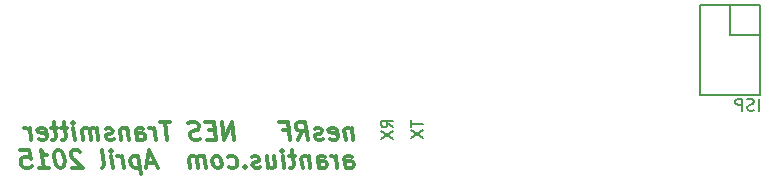
<source format=gbo>
%FSLAX46Y46*%
G04 Gerber Fmt 4.6, Leading zero omitted, Abs format (unit mm)*
G04 Created by KiCad (PCBNEW (2014-10-27 BZR 5228)-product) date 5/4/2015 9:12:31 PM*
%MOMM*%
G01*
G04 APERTURE LIST*
%ADD10C,0.100000*%
%ADD11C,0.300000*%
%ADD12C,0.150000*%
%ADD13O,1.506220X3.014980*%
%ADD14C,1.500000*%
%ADD15C,1.778000*%
%ADD16C,0.990600*%
%ADD17C,3.048000*%
%ADD18R,1.727200X2.032000*%
%ADD19O,1.727200X2.032000*%
%ADD20R,1.727200X1.727200*%
%ADD21O,1.727200X1.727200*%
%ADD22C,1.727200*%
%ADD23R,1.500000X1.500000*%
%ADD24C,1.100000*%
%ADD25C,1.700000*%
G04 APERTURE END LIST*
D10*
D11*
X37354928Y-14480571D02*
X37479928Y-15480571D01*
X37372786Y-14623429D02*
X37292429Y-14552000D01*
X37140642Y-14480571D01*
X36926357Y-14480571D01*
X36792429Y-14552000D01*
X36738857Y-14694857D01*
X36837071Y-15480571D01*
X35542429Y-15409143D02*
X35694214Y-15480571D01*
X35979928Y-15480571D01*
X36113857Y-15409143D01*
X36167429Y-15266286D01*
X36096000Y-14694857D01*
X36006714Y-14552000D01*
X35854928Y-14480571D01*
X35569214Y-14480571D01*
X35435286Y-14552000D01*
X35381714Y-14694857D01*
X35399571Y-14837714D01*
X36131714Y-14980571D01*
X34899572Y-15409143D02*
X34765643Y-15480571D01*
X34479928Y-15480571D01*
X34328143Y-15409143D01*
X34238858Y-15266286D01*
X34229929Y-15194857D01*
X34283500Y-15052000D01*
X34417428Y-14980571D01*
X34631714Y-14980571D01*
X34765643Y-14909143D01*
X34819215Y-14766286D01*
X34810286Y-14694857D01*
X34721000Y-14552000D01*
X34569214Y-14480571D01*
X34354928Y-14480571D01*
X34221000Y-14552000D01*
X32765642Y-15480571D02*
X33176357Y-14766286D01*
X33622785Y-15480571D02*
X33435285Y-13980571D01*
X32863857Y-13980571D01*
X32729928Y-14052000D01*
X32667429Y-14123429D01*
X32613857Y-14266286D01*
X32640642Y-14480571D01*
X32729929Y-14623429D01*
X32810285Y-14694857D01*
X32962072Y-14766286D01*
X33533500Y-14766286D01*
X31524571Y-14694857D02*
X32024571Y-14694857D01*
X32122785Y-15480571D02*
X31935285Y-13980571D01*
X31220999Y-13980571D01*
X27408500Y-15480571D02*
X27221000Y-13980571D01*
X26551357Y-15480571D01*
X26363857Y-13980571D01*
X25738857Y-14694857D02*
X25238857Y-14694857D01*
X25122785Y-15480571D02*
X25837071Y-15480571D01*
X25649571Y-13980571D01*
X24935285Y-13980571D01*
X24542429Y-15409143D02*
X24337071Y-15480571D01*
X23979928Y-15480571D01*
X23828143Y-15409143D01*
X23747785Y-15337714D01*
X23658500Y-15194857D01*
X23640643Y-15052000D01*
X23694214Y-14909143D01*
X23756714Y-14837714D01*
X23890643Y-14766286D01*
X24167428Y-14694857D01*
X24301358Y-14623429D01*
X24363857Y-14552000D01*
X24417429Y-14409143D01*
X24399572Y-14266286D01*
X24310286Y-14123429D01*
X24229929Y-14052000D01*
X24078142Y-13980571D01*
X23721000Y-13980571D01*
X23515643Y-14052000D01*
X21935286Y-13980571D02*
X21078143Y-13980571D01*
X21694214Y-15480571D02*
X21506714Y-13980571D01*
X20765643Y-15480571D02*
X20640643Y-14480571D01*
X20676358Y-14766286D02*
X20587073Y-14623429D01*
X20506715Y-14552000D01*
X20354929Y-14480571D01*
X20212072Y-14480571D01*
X19194215Y-15480571D02*
X19096001Y-14694857D01*
X19149573Y-14552000D01*
X19283501Y-14480571D01*
X19569215Y-14480571D01*
X19721001Y-14552000D01*
X19185287Y-15409143D02*
X19337072Y-15480571D01*
X19694215Y-15480571D01*
X19828144Y-15409143D01*
X19881716Y-15266286D01*
X19863859Y-15123429D01*
X19774572Y-14980571D01*
X19622787Y-14909143D01*
X19265644Y-14909143D01*
X19113858Y-14837714D01*
X18354929Y-14480571D02*
X18479929Y-15480571D01*
X18372787Y-14623429D02*
X18292430Y-14552000D01*
X18140643Y-14480571D01*
X17926358Y-14480571D01*
X17792430Y-14552000D01*
X17738858Y-14694857D01*
X17837072Y-15480571D01*
X17185287Y-15409143D02*
X17051358Y-15480571D01*
X16765643Y-15480571D01*
X16613858Y-15409143D01*
X16524573Y-15266286D01*
X16515644Y-15194857D01*
X16569215Y-15052000D01*
X16703143Y-14980571D01*
X16917429Y-14980571D01*
X17051358Y-14909143D01*
X17104930Y-14766286D01*
X17096001Y-14694857D01*
X17006715Y-14552000D01*
X16854929Y-14480571D01*
X16640643Y-14480571D01*
X16506715Y-14552000D01*
X15908500Y-15480571D02*
X15783500Y-14480571D01*
X15801358Y-14623429D02*
X15721001Y-14552000D01*
X15569214Y-14480571D01*
X15354929Y-14480571D01*
X15221001Y-14552000D01*
X15167429Y-14694857D01*
X15265643Y-15480571D01*
X15167429Y-14694857D02*
X15078143Y-14552000D01*
X14926357Y-14480571D01*
X14712072Y-14480571D01*
X14578143Y-14552000D01*
X14524572Y-14694857D01*
X14622786Y-15480571D01*
X13908500Y-15480571D02*
X13783500Y-14480571D01*
X13721000Y-13980571D02*
X13801358Y-14052000D01*
X13738858Y-14123429D01*
X13658501Y-14052000D01*
X13721000Y-13980571D01*
X13738858Y-14123429D01*
X13283500Y-14480571D02*
X12712071Y-14480571D01*
X13006714Y-13980571D02*
X13167429Y-15266286D01*
X13113858Y-15409143D01*
X12979928Y-15480571D01*
X12837071Y-15480571D01*
X12426357Y-14480571D02*
X11854928Y-14480571D01*
X12149571Y-13980571D02*
X12310286Y-15266286D01*
X12256715Y-15409143D01*
X12122785Y-15480571D01*
X11979928Y-15480571D01*
X10899572Y-15409143D02*
X11051357Y-15480571D01*
X11337071Y-15480571D01*
X11471000Y-15409143D01*
X11524572Y-15266286D01*
X11453143Y-14694857D01*
X11363857Y-14552000D01*
X11212071Y-14480571D01*
X10926357Y-14480571D01*
X10792429Y-14552000D01*
X10738857Y-14694857D01*
X10756714Y-14837714D01*
X11488857Y-14980571D01*
X10194214Y-15480571D02*
X10069214Y-14480571D01*
X10104929Y-14766286D02*
X10015644Y-14623429D01*
X9935286Y-14552000D01*
X9783500Y-14480571D01*
X9640643Y-14480571D01*
X36837071Y-17880571D02*
X36738857Y-17094857D01*
X36792429Y-16952000D01*
X36926357Y-16880571D01*
X37212071Y-16880571D01*
X37363857Y-16952000D01*
X36828143Y-17809143D02*
X36979928Y-17880571D01*
X37337071Y-17880571D01*
X37471000Y-17809143D01*
X37524572Y-17666286D01*
X37506715Y-17523429D01*
X37417428Y-17380571D01*
X37265643Y-17309143D01*
X36908500Y-17309143D01*
X36756714Y-17237714D01*
X36122785Y-17880571D02*
X35997785Y-16880571D01*
X36033500Y-17166286D02*
X35944215Y-17023429D01*
X35863857Y-16952000D01*
X35712071Y-16880571D01*
X35569214Y-16880571D01*
X34551357Y-17880571D02*
X34453143Y-17094857D01*
X34506715Y-16952000D01*
X34640643Y-16880571D01*
X34926357Y-16880571D01*
X35078143Y-16952000D01*
X34542429Y-17809143D02*
X34694214Y-17880571D01*
X35051357Y-17880571D01*
X35185286Y-17809143D01*
X35238858Y-17666286D01*
X35221001Y-17523429D01*
X35131714Y-17380571D01*
X34979929Y-17309143D01*
X34622786Y-17309143D01*
X34471000Y-17237714D01*
X33712071Y-16880571D02*
X33837071Y-17880571D01*
X33729929Y-17023429D02*
X33649572Y-16952000D01*
X33497785Y-16880571D01*
X33283500Y-16880571D01*
X33149572Y-16952000D01*
X33096000Y-17094857D01*
X33194214Y-17880571D01*
X32569214Y-16880571D02*
X31997785Y-16880571D01*
X32292428Y-16380571D02*
X32453143Y-17666286D01*
X32399572Y-17809143D01*
X32265642Y-17880571D01*
X32122785Y-17880571D01*
X31622785Y-17880571D02*
X31497785Y-16880571D01*
X31435285Y-16380571D02*
X31515643Y-16452000D01*
X31453143Y-16523429D01*
X31372786Y-16452000D01*
X31435285Y-16380571D01*
X31453143Y-16523429D01*
X30140642Y-16880571D02*
X30265642Y-17880571D01*
X30783499Y-16880571D02*
X30881714Y-17666286D01*
X30828143Y-17809143D01*
X30694213Y-17880571D01*
X30479928Y-17880571D01*
X30328143Y-17809143D01*
X30247785Y-17737714D01*
X29613857Y-17809143D02*
X29479928Y-17880571D01*
X29194213Y-17880571D01*
X29042428Y-17809143D01*
X28953143Y-17666286D01*
X28944214Y-17594857D01*
X28997785Y-17452000D01*
X29131713Y-17380571D01*
X29345999Y-17380571D01*
X29479928Y-17309143D01*
X29533500Y-17166286D01*
X29524571Y-17094857D01*
X29435285Y-16952000D01*
X29283499Y-16880571D01*
X29069213Y-16880571D01*
X28935285Y-16952000D01*
X28319213Y-17737714D02*
X28256714Y-17809143D01*
X28337070Y-17880571D01*
X28399571Y-17809143D01*
X28319213Y-17737714D01*
X28337070Y-17880571D01*
X26970999Y-17809143D02*
X27122784Y-17880571D01*
X27408498Y-17880571D01*
X27542428Y-17809143D01*
X27604927Y-17737714D01*
X27658499Y-17594857D01*
X27604928Y-17166286D01*
X27515642Y-17023429D01*
X27435285Y-16952000D01*
X27283498Y-16880571D01*
X26997784Y-16880571D01*
X26863856Y-16952000D01*
X26122784Y-17880571D02*
X26256714Y-17809143D01*
X26319213Y-17737714D01*
X26372785Y-17594857D01*
X26319214Y-17166286D01*
X26229928Y-17023429D01*
X26149571Y-16952000D01*
X25997784Y-16880571D01*
X25783499Y-16880571D01*
X25649571Y-16952000D01*
X25587071Y-17023429D01*
X25533499Y-17166286D01*
X25587070Y-17594857D01*
X25676356Y-17737714D01*
X25756714Y-17809143D01*
X25908499Y-17880571D01*
X26122784Y-17880571D01*
X24979927Y-17880571D02*
X24854927Y-16880571D01*
X24872785Y-17023429D02*
X24792428Y-16952000D01*
X24640641Y-16880571D01*
X24426356Y-16880571D01*
X24292428Y-16952000D01*
X24238856Y-17094857D01*
X24337070Y-17880571D01*
X24238856Y-17094857D02*
X24149570Y-16952000D01*
X23997784Y-16880571D01*
X23783499Y-16880571D01*
X23649570Y-16952000D01*
X23595999Y-17094857D01*
X23694213Y-17880571D01*
X20712071Y-17452000D02*
X19997785Y-17452000D01*
X20908499Y-17880571D02*
X20220999Y-16380571D01*
X19908499Y-17880571D01*
X19283499Y-16880571D02*
X19470999Y-18380571D01*
X19292428Y-16952000D02*
X19140642Y-16880571D01*
X18854928Y-16880571D01*
X18721000Y-16952000D01*
X18658500Y-17023429D01*
X18604928Y-17166286D01*
X18658499Y-17594857D01*
X18747785Y-17737714D01*
X18828143Y-17809143D01*
X18979928Y-17880571D01*
X19265642Y-17880571D01*
X19399571Y-17809143D01*
X18051356Y-17880571D02*
X17926356Y-16880571D01*
X17962071Y-17166286D02*
X17872786Y-17023429D01*
X17792428Y-16952000D01*
X17640642Y-16880571D01*
X17497785Y-16880571D01*
X17122785Y-17880571D02*
X16997785Y-16880571D01*
X16935285Y-16380571D02*
X17015643Y-16452000D01*
X16953143Y-16523429D01*
X16872786Y-16452000D01*
X16935285Y-16380571D01*
X16953143Y-16523429D01*
X16194213Y-17880571D02*
X16328143Y-17809143D01*
X16381714Y-17666286D01*
X16220999Y-16380571D01*
X14381715Y-16523429D02*
X14301357Y-16452000D01*
X14149571Y-16380571D01*
X13792428Y-16380571D01*
X13658500Y-16452000D01*
X13596000Y-16523429D01*
X13542429Y-16666286D01*
X13560286Y-16809143D01*
X13658500Y-17023429D01*
X14622785Y-17880571D01*
X13694214Y-17880571D01*
X12578143Y-16380571D02*
X12435286Y-16380571D01*
X12301358Y-16452000D01*
X12238858Y-16523429D01*
X12185286Y-16666286D01*
X12149572Y-16952000D01*
X12194215Y-17309143D01*
X12301357Y-17594857D01*
X12390643Y-17737714D01*
X12471001Y-17809143D01*
X12622786Y-17880571D01*
X12765643Y-17880571D01*
X12899572Y-17809143D01*
X12962072Y-17737714D01*
X13015643Y-17594857D01*
X13051358Y-17309143D01*
X13006715Y-16952000D01*
X12899572Y-16666286D01*
X12810287Y-16523429D01*
X12729929Y-16452000D01*
X12578143Y-16380571D01*
X10837072Y-17880571D02*
X11694215Y-17880571D01*
X11265643Y-17880571D02*
X11078143Y-16380571D01*
X11247786Y-16594857D01*
X11408501Y-16737714D01*
X11560287Y-16809143D01*
X9292429Y-16380571D02*
X10006715Y-16380571D01*
X10167430Y-17094857D01*
X10087073Y-17023429D01*
X9935287Y-16952000D01*
X9578144Y-16952000D01*
X9444216Y-17023429D01*
X9381715Y-17094857D01*
X9328144Y-17237714D01*
X9372787Y-17594857D01*
X9462072Y-17737714D01*
X9542430Y-17809143D01*
X9694215Y-17880571D01*
X10051358Y-17880571D01*
X10185287Y-17809143D01*
X10247787Y-17737714D01*
D12*
X69342000Y-4064000D02*
X69342000Y-6604000D01*
X69342000Y-6604000D02*
X71882000Y-6604000D01*
X71882000Y-4064000D02*
X71882000Y-11684000D01*
X71882000Y-11684000D02*
X66802000Y-11684000D01*
X66802000Y-11684000D02*
X66802000Y-6604000D01*
X71882000Y-4064000D02*
X69342000Y-4064000D01*
X66802000Y-4064000D02*
X69342000Y-4064000D01*
X66802000Y-6604000D02*
X66802000Y-4064000D01*
X40838381Y-14438334D02*
X40362190Y-14105000D01*
X40838381Y-13866905D02*
X39838381Y-13866905D01*
X39838381Y-14247858D01*
X39886000Y-14343096D01*
X39933619Y-14390715D01*
X40028857Y-14438334D01*
X40171714Y-14438334D01*
X40266952Y-14390715D01*
X40314571Y-14343096D01*
X40362190Y-14247858D01*
X40362190Y-13866905D01*
X39838381Y-14771667D02*
X40838381Y-15438334D01*
X39838381Y-15438334D02*
X40838381Y-14771667D01*
X42378381Y-13843095D02*
X42378381Y-14414524D01*
X43378381Y-14128809D02*
X42378381Y-14128809D01*
X42378381Y-14652619D02*
X43378381Y-15319286D01*
X42378381Y-15319286D02*
X43378381Y-14652619D01*
X71842190Y-13025381D02*
X71842190Y-12025381D01*
X71413619Y-12977762D02*
X71270762Y-13025381D01*
X71032666Y-13025381D01*
X70937428Y-12977762D01*
X70889809Y-12930143D01*
X70842190Y-12834905D01*
X70842190Y-12739667D01*
X70889809Y-12644429D01*
X70937428Y-12596810D01*
X71032666Y-12549190D01*
X71223143Y-12501571D01*
X71318381Y-12453952D01*
X71366000Y-12406333D01*
X71413619Y-12311095D01*
X71413619Y-12215857D01*
X71366000Y-12120619D01*
X71318381Y-12073000D01*
X71223143Y-12025381D01*
X70985047Y-12025381D01*
X70842190Y-12073000D01*
X70413619Y-13025381D02*
X70413619Y-12025381D01*
X70032666Y-12025381D01*
X69937428Y-12073000D01*
X69889809Y-12120619D01*
X69842190Y-12215857D01*
X69842190Y-12358714D01*
X69889809Y-12453952D01*
X69937428Y-12501571D01*
X70032666Y-12549190D01*
X70413619Y-12549190D01*
%LPC*%
D13*
X17145000Y-9525000D03*
X19685000Y-9525000D03*
D14*
X40386000Y-16256000D03*
X42926000Y-16256000D03*
D15*
X11785600Y-3403600D03*
X2286000Y-3403600D03*
X8585200Y-11506200D03*
X5384800Y-11506200D03*
X3378200Y-8407400D03*
D16*
X6985000Y-3403600D03*
X6985000Y-8407400D03*
D17*
X6985000Y-16510000D03*
D18*
X40894000Y-3302000D03*
D19*
X43434000Y-3302000D03*
X45974000Y-3302000D03*
D20*
X70612000Y-5334000D03*
D21*
X68072000Y-5334000D03*
X70612000Y-7874000D03*
X68072000Y-7874000D03*
X70612000Y-10414000D03*
X68072000Y-10414000D03*
D22*
X74041000Y-5334000D03*
D21*
X76581000Y-5334000D03*
X74041000Y-7874000D03*
X76581000Y-7874000D03*
X74041000Y-10414000D03*
X76581000Y-10414000D03*
X74041000Y-12954000D03*
X76581000Y-12954000D03*
D23*
X47498000Y-12446000D03*
D14*
X44958000Y-12446000D03*
X42418000Y-12446000D03*
X39878000Y-12446000D03*
X37338000Y-12446000D03*
X34798000Y-12446000D03*
X32258000Y-12446000D03*
X29718000Y-12446000D03*
X29718000Y-20066000D03*
X32258000Y-20066000D03*
X34798000Y-20066000D03*
X37338000Y-20066000D03*
X39878000Y-20066000D03*
X42418000Y-20066000D03*
X44958000Y-20066000D03*
X47498000Y-20066000D03*
D24*
X21622000Y-1036000D03*
X23622000Y-1036000D03*
X25622000Y-1036000D03*
X21622000Y-3536000D03*
X23622000Y-3536000D03*
X25622000Y-3536000D03*
D25*
X18622000Y-2286000D03*
X28622000Y-2286000D03*
M02*

</source>
